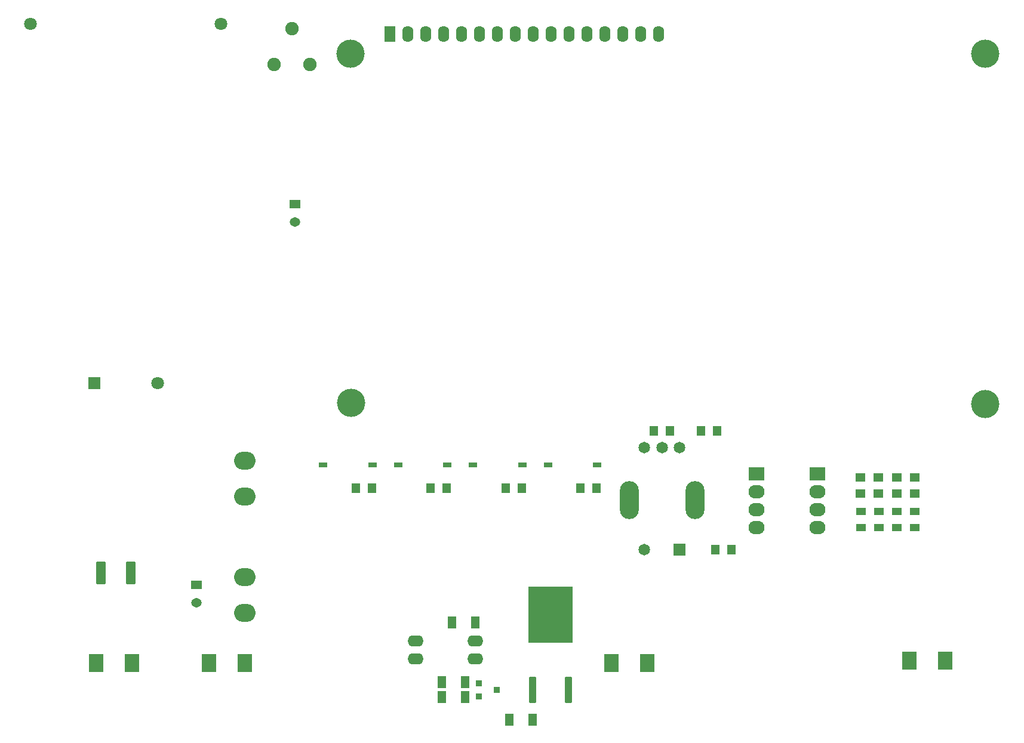
<source format=gbr>
%TF.GenerationSoftware,Altium Limited,Altium Designer,21.3.2 (30)*%
G04 Layer_Color=255*
%FSLAX24Y24*%
%MOIN*%
%TF.SameCoordinates,B2232A1B-76E2-43D3-9B88-882A457EFEF9*%
%TF.FilePolarity,Positive*%
%TF.FileFunction,Pads,Top*%
%TF.Part,Single*%
G01*
G75*
%TA.AperFunction,SMDPad,CuDef*%
%ADD10R,0.0500X0.0550*%
%ADD11O,0.0886X0.0630*%
%ADD12R,0.0500X0.0650*%
G04:AMPARAMS|DCode=13|XSize=52.8mil|YSize=129.5mil|CornerRadius=6.6mil|HoleSize=0mil|Usage=FLASHONLY|Rotation=180.000|XOffset=0mil|YOffset=0mil|HoleType=Round|Shape=RoundedRectangle|*
%AMROUNDEDRECTD13*
21,1,0.0528,0.1163,0,0,180.0*
21,1,0.0396,0.1295,0,0,180.0*
1,1,0.0132,-0.0198,0.0582*
1,1,0.0132,0.0198,0.0582*
1,1,0.0132,0.0198,-0.0582*
1,1,0.0132,-0.0198,-0.0582*
%
%ADD13ROUNDEDRECTD13*%
%ADD14R,0.0472X0.0315*%
%ADD15R,0.0550X0.0394*%
%ADD16R,0.0550X0.0500*%
%ADD17R,0.2516X0.3150*%
G04:AMPARAMS|DCode=18|XSize=41.7mil|YSize=148.8mil|CornerRadius=11.1mil|HoleSize=0mil|Usage=FLASHONLY|Rotation=0.000|XOffset=0mil|YOffset=0mil|HoleType=Round|Shape=RoundedRectangle|*
%AMROUNDEDRECTD18*
21,1,0.0417,0.1267,0,0,0.0*
21,1,0.0196,0.1488,0,0,0.0*
1,1,0.0221,0.0098,-0.0634*
1,1,0.0221,-0.0098,-0.0634*
1,1,0.0221,-0.0098,0.0634*
1,1,0.0221,0.0098,0.0634*
%
%ADD18ROUNDEDRECTD18*%
%ADD19R,0.0374X0.0354*%
%TA.AperFunction,ComponentPad*%
%ADD24R,0.0787X0.0984*%
%ADD25C,0.1575*%
%ADD26O,0.0620X0.0900*%
%ADD27R,0.0620X0.0900*%
%ADD28O,0.0591X0.0512*%
%ADD29R,0.0591X0.0512*%
%ADD30O,0.1200X0.1000*%
%ADD31C,0.0650*%
%ADD32R,0.0650X0.0650*%
%ADD33O,0.1063X0.2126*%
%ADD34R,0.0900X0.0750*%
%ADD35O,0.0900X0.0750*%
%ADD36C,0.0709*%
%ADD37R,0.0709X0.0709*%
%ADD38C,0.0750*%
D10*
X39800Y17460D02*
D03*
X38900D02*
D03*
X37170D02*
D03*
X36270D02*
D03*
X39700Y10810D02*
D03*
X40600D02*
D03*
X23819Y14260D02*
D03*
X24719D02*
D03*
X28004D02*
D03*
X28904D02*
D03*
X32189D02*
D03*
X33089D02*
D03*
X19633D02*
D03*
X20533D02*
D03*
D11*
X26323Y5700D02*
D03*
Y4700D02*
D03*
X22977D02*
D03*
Y5700D02*
D03*
D12*
X26320Y6740D02*
D03*
X25020D02*
D03*
X29500Y1330D02*
D03*
X28200D02*
D03*
X24450Y2590D02*
D03*
X25750D02*
D03*
X25750Y3420D02*
D03*
X24450D02*
D03*
D13*
X5394Y9520D02*
D03*
X7086D02*
D03*
D14*
X30368Y15560D02*
D03*
X33124D02*
D03*
X26183D02*
D03*
X28938D02*
D03*
X21997D02*
D03*
X24753D02*
D03*
X17812D02*
D03*
X20568D02*
D03*
D15*
X50853Y12051D02*
D03*
Y12951D02*
D03*
X49845Y12051D02*
D03*
Y12951D02*
D03*
X48836Y12051D02*
D03*
Y12951D02*
D03*
X47828Y12051D02*
D03*
Y12951D02*
D03*
D16*
X49830Y14861D02*
D03*
Y13961D02*
D03*
X47813Y14861D02*
D03*
Y13961D02*
D03*
X48821D02*
D03*
Y14861D02*
D03*
X50838Y13961D02*
D03*
Y14861D02*
D03*
D17*
X30510Y7199D02*
D03*
D18*
X31510Y2990D02*
D03*
X29510D02*
D03*
D19*
X26518Y2606D02*
D03*
X27502Y2980D02*
D03*
X26518Y3354D02*
D03*
D24*
X13440Y4480D02*
D03*
X11440D02*
D03*
X52550Y4620D02*
D03*
X50550D02*
D03*
X33920Y4480D02*
D03*
X35920D02*
D03*
X5150D02*
D03*
X7150D02*
D03*
D25*
X19340Y38500D02*
D03*
X19390Y19000D02*
D03*
X54790Y38500D02*
D03*
Y18950D02*
D03*
D26*
X36540Y39600D02*
D03*
X35540D02*
D03*
X34540D02*
D03*
X33540D02*
D03*
X32540D02*
D03*
X31540D02*
D03*
X30540D02*
D03*
X29540D02*
D03*
X28540D02*
D03*
X27540D02*
D03*
X26540D02*
D03*
X25540D02*
D03*
X24540D02*
D03*
X23540D02*
D03*
X22540D02*
D03*
D27*
X21540D02*
D03*
D28*
X16240Y29110D02*
D03*
X10750Y7840D02*
D03*
D29*
X16240Y30110D02*
D03*
X10750Y8840D02*
D03*
D30*
X13440Y15770D02*
D03*
Y7270D02*
D03*
Y9270D02*
D03*
Y13770D02*
D03*
D31*
X35756Y10814D02*
D03*
Y16523D02*
D03*
X36740D02*
D03*
X37724D02*
D03*
D32*
Y10814D02*
D03*
D33*
X34909Y13570D02*
D03*
X38571D02*
D03*
D34*
X42000Y15040D02*
D03*
X45410D02*
D03*
D35*
X42000Y14040D02*
D03*
Y13040D02*
D03*
Y12040D02*
D03*
X45410Y14040D02*
D03*
Y13040D02*
D03*
Y12040D02*
D03*
D36*
X8577Y20101D02*
D03*
X1490Y40180D02*
D03*
X12120D02*
D03*
D37*
X5033Y20101D02*
D03*
D38*
X17090Y37930D02*
D03*
X16090Y39930D02*
D03*
X15090Y37930D02*
D03*
%TF.MD5,36a8c64cc938ef7ed068c56ca597848b*%
M02*

</source>
